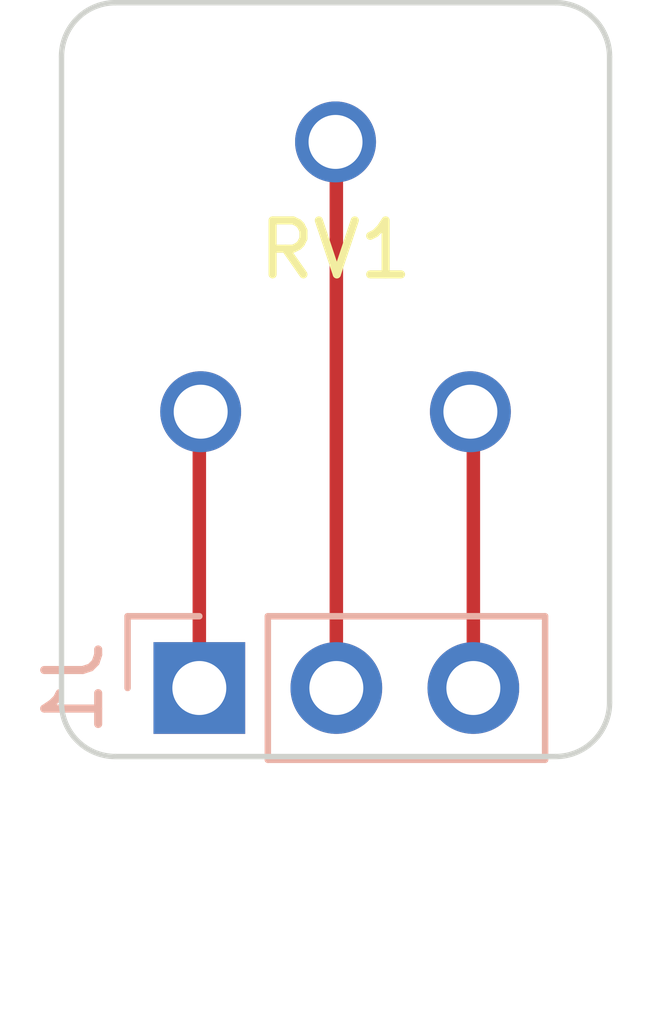
<source format=kicad_pcb>
(kicad_pcb (version 20221018) (generator pcbnew)
  (layers (0 "F.Cu" signal) (31 "B.Cu" signal) (34 "B.Paste" user) (35 "F.Paste" user) (36 "B.SilkS" user "B.Silkscreen") (37 "F.SilkS" user "F.Silkscreen") (38 "B.Mask" user) (39 "F.Mask" user) (44 "Edge.Cuts" user))
  (net 0 "")
  (net 1 "Net-(J1-Pin_1)")
  (net 2 "Net-(J1-Pin_2)")
  (net 3 "Net-(J1-Pin_3)")
  (footprint "Pale Slim Ghost:Potentiometer_RM065" (layer "F.Cu") (at 124.46 76.2)
    (fp_text reference "RV1" (at 0 -0.5 unlocked) (layer "F.SilkS"))
    (fp_text value "R_Potentiometer")
    (pad "1" thru_hole circle (at -2.5 2.5) (size 1.5 1.5) (drill 1) (layers "*.Cu" "*.Mask") (net 1 "Net-(J1-Pin_1)"))
    (pad "2" thru_hole circle (at 0 -2.5) (size 1.5 1.5) (drill 1) (layers "*.Cu" "*.Mask") (net 2 "Net-(J1-Pin_2)"))
    (pad "3" thru_hole circle (at 2.5 2.5) (size 1.5 1.5) (drill 1) (layers "*.Cu" "*.Mask") (net 3 "Net-(J1-Pin_3)"))
  )
  (footprint "Connector_PinHeader_2.54mm:PinHeader_1x03_P2.54mm_Vertical" (layer "B.Cu") (at 121.935 83.82 -90)
    (fp_text reference "J1" (at 0 2.33 90) (layer "B.SilkS") (effects (justify mirror)))
    (fp_text value "Conn_01x03_Pin")
    (fp_line (start -1.33 -6.41) (end 1.33 -6.41) (stroke (width 0.12)) (layer "B.SilkS"))
    (fp_line (start -1.33 -1.27) (end -1.33 -6.41) (stroke (width 0.12)) (layer "B.SilkS"))
    (fp_line (start -1.33 -1.27) (end 1.33 -1.27) (stroke (width 0.12)) (layer "B.SilkS"))
    (fp_line (start -1.33 0) (end -1.33 1.33) (stroke (width 0.12)) (layer "B.SilkS"))
    (fp_line (start -1.33 1.33) (end 0 1.33) (stroke (width 0.12)) (layer "B.SilkS"))
    (fp_line (start 1.33 -1.27) (end 1.33 -6.41) (stroke (width 0.12)) (layer "B.SilkS"))
    (pad "1" thru_hole rect (at 0 0 270) (size 1.7 1.7) (drill 1) (layers "*.Cu" "*.Mask") (net 1 "Net-(J1-Pin_1)"))
    (pad "2" thru_hole oval (at 0 -2.54 270) (size 1.7 1.7) (drill 1) (layers "*.Cu" "*.Mask") (net 2 "Net-(J1-Pin_2)"))
    (pad "3" thru_hole oval (at 0 -5.08 270) (size 1.7 1.7) (drill 1) (layers "*.Cu" "*.Mask") (net 3 "Net-(J1-Pin_3)"))
  )
  (gr_arc (start 120.38 85.09) (mid 119.672893 84.797107) (end 119.38 84.09) (stroke (width 0.1)) (layer "Edge.Cuts"))
  (gr_line (start 119.38 84.09) (end 119.38 72.12) (stroke (width 0.1)) (layer "Edge.Cuts"))
  (gr_line (start 129.54 72.12) (end 129.54 84.09) (stroke (width 0.1)) (layer "Edge.Cuts"))
  (gr_arc (start 119.38 72.12) (mid 119.672893 71.412893) (end 120.38 71.12) (stroke (width 0.1)) (layer "Edge.Cuts"))
  (gr_line (start 128.54 85.09) (end 120.38 85.09) (stroke (width 0.1)) (layer "Edge.Cuts"))
  (gr_arc (start 128.54 71.12) (mid 129.247107 71.412893) (end 129.54 72.12) (stroke (width 0.1)) (layer "Edge.Cuts"))
  (gr_arc (start 129.54 84.09) (mid 129.247107 84.797107) (end 128.54 85.09) (stroke (width 0.1)) (layer "Edge.Cuts"))
  (gr_line (start 120.38 71.12) (end 128.54 71.12) (stroke (width 0.1)) (layer "Edge.Cuts"))
  (segment (start 121.935 78.725) (end 121.96 78.7) (width 0.25) (layer "F.Cu") (net 1))
  (segment (start 121.935 83.82) (end 121.935 78.725) (width 0.25) (layer "F.Cu") (net 1))
  (segment (start 124.475 83.82) (end 124.475 73.715) (width 0.25) (layer "F.Cu") (net 2))
  (segment (start 124.475 73.715) (end 124.46 73.7) (width 0.25) (layer "F.Cu") (net 2))
  (segment (start 127.015 83.82) (end 127.015 78.755) (width 0.25) (layer "F.Cu") (net 3))
  (segment (start 127.015 78.755) (end 126.96 78.7) (width 0.25) (layer "F.Cu") (net 3))
)
</source>
